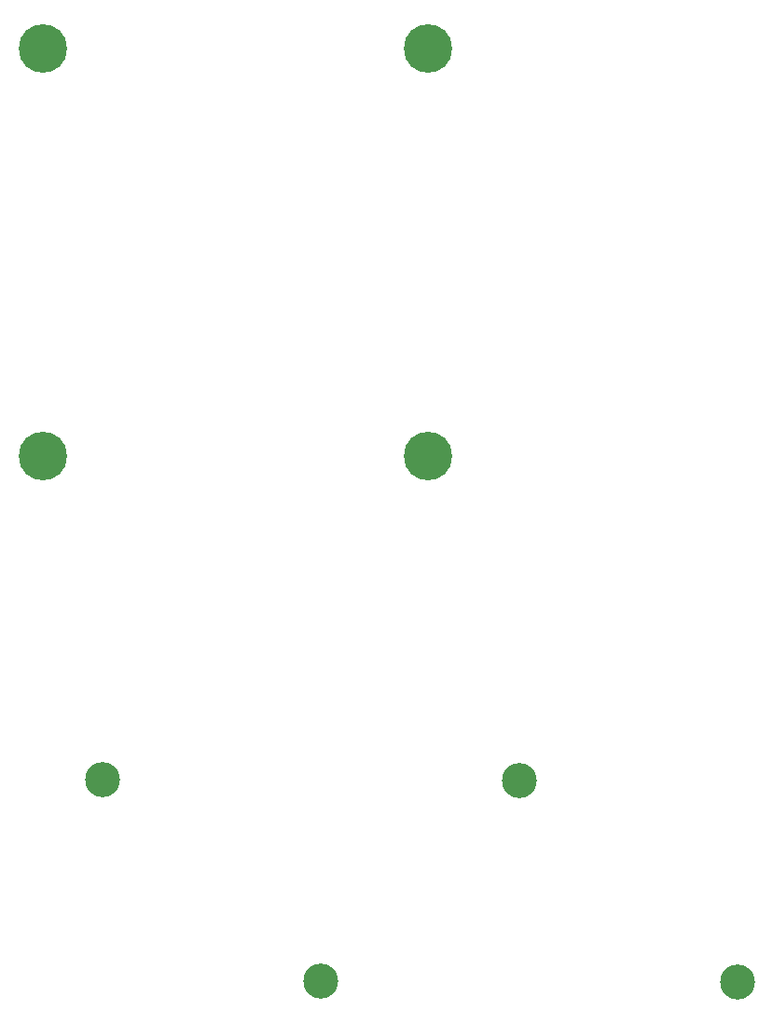
<source format=gbr>
%TF.GenerationSoftware,Altium Limited,Altium Designer,24.10.1 (45)*%
G04 Layer_Color=0*
%FSLAX45Y45*%
%MOMM*%
%TF.SameCoordinates,FE7F3FAC-07A9-46B7-8817-9A63D08EFC34*%
%TF.FilePolarity,Positive*%
%TF.FileFunction,NonPlated,1,2,NPTH,Drill*%
%TF.Part,Single*%
G01*
G75*
%TA.AperFunction,ComponentDrill*%
%ADD31C,3.18000*%
%ADD32C,4.40000*%
D31*
X7910700Y3922900D02*
D03*
X9894700Y2096900D02*
D03*
X6110100Y2109600D02*
D03*
X4126100Y3935600D02*
D03*
D32*
X7084000Y6874900D02*
D03*
X3584000D02*
D03*
X7084000Y10574900D02*
D03*
X3584000D02*
D03*
%TF.MD5,5cbb3a7c3f0c02d4ebf788f5474ee7b5*%
M02*

</source>
